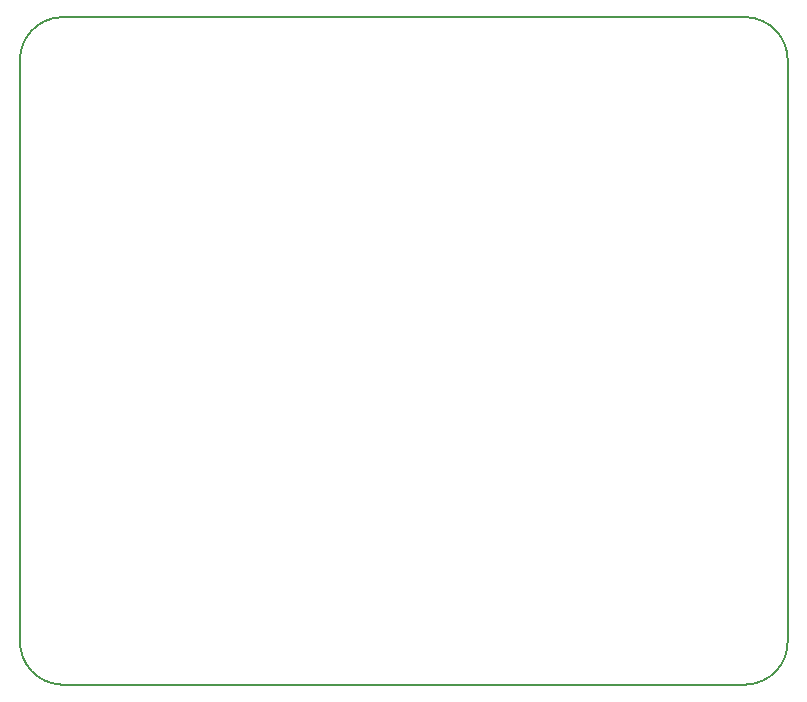
<source format=gko>
G04 Layer_Color=16711935*
%FSLAX25Y25*%
%MOIN*%
G70*
G01*
G75*
%ADD60C,0.00500*%
D60*
X-453Y13643D02*
G03*
X13327Y-1120I14272J-492D01*
G01*
X241673Y-1120D02*
G03*
X255453Y13643I-492J14272D01*
G01*
Y206557D02*
G03*
X241673Y221321I-14272J492D01*
G01*
X13327Y221321D02*
G03*
X-453Y206557I492J-14272D01*
G01*
Y13643D02*
Y206557D01*
X13326Y221334D02*
X241673D01*
X255453Y13643D02*
Y206557D01*
X13327Y-1120D02*
X241673D01*
M02*

</source>
